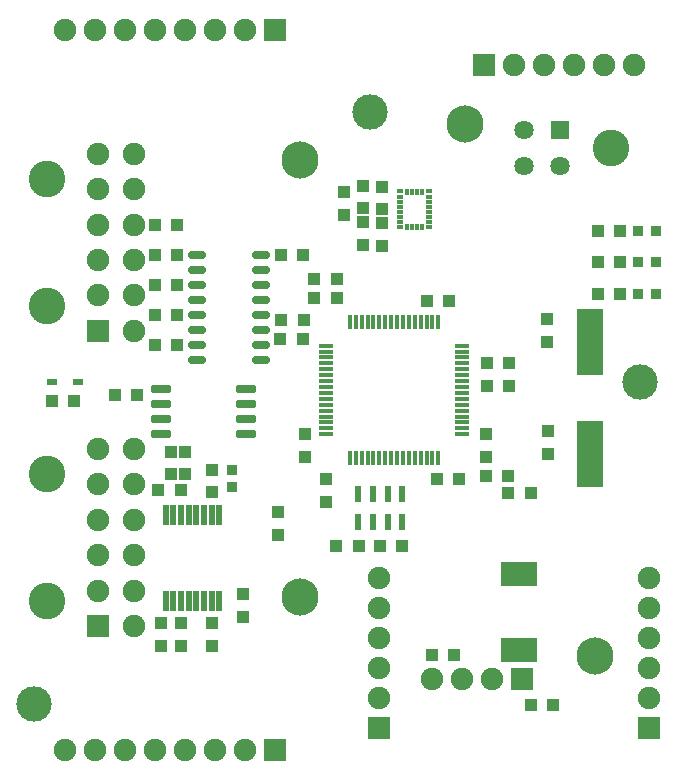
<source format=gts>
G04*
G04 #@! TF.GenerationSoftware,Altium Limited,Altium Designer,20.2.6 (244)*
G04*
G04 Layer_Color=8388736*
%FSLAX44Y44*%
%MOMM*%
G71*
G04*
G04 #@! TF.SameCoordinates,D8BAA703-6470-441F-A09B-1F1B88CACBC1*
G04*
G04*
G04 #@! TF.FilePolarity,Negative*
G04*
G01*
G75*
%ADD22R,0.9000X0.9000*%
%ADD29R,0.9000X0.9000*%
G04:AMPARAMS|DCode=31|XSize=1.71mm|YSize=0.68mm|CornerRadius=0.195mm|HoleSize=0mm|Usage=FLASHONLY|Rotation=180.000|XOffset=0mm|YOffset=0mm|HoleType=Round|Shape=RoundedRectangle|*
%AMROUNDEDRECTD31*
21,1,1.7100,0.2900,0,0,180.0*
21,1,1.3200,0.6800,0,0,180.0*
1,1,0.3900,-0.6600,0.1450*
1,1,0.3900,0.6600,0.1450*
1,1,0.3900,0.6600,-0.1450*
1,1,0.3900,-0.6600,-0.1450*
%
%ADD31ROUNDEDRECTD31*%
%ADD32R,0.4000X1.3000*%
%ADD33R,1.3000X0.4000*%
%ADD34R,3.1000X2.1000*%
%ADD35R,0.6000X1.7500*%
%ADD36R,1.0000X1.0000*%
%ADD37R,0.6300X1.4100*%
%ADD38O,1.5500X0.7000*%
%ADD39R,0.6300X0.3800*%
%ADD40R,0.3800X0.6300*%
%ADD41R,0.9000X0.6000*%
%ADD42R,2.2000X5.7000*%
%ADD43R,1.0000X1.0000*%
%ADD44C,3.0000*%
%ADD45C,1.9000*%
%ADD46R,1.9000X1.9000*%
%ADD47R,1.9000X1.9000*%
%ADD48C,3.1480*%
%ADD49C,3.1000*%
%ADD50R,1.6300X1.6300*%
%ADD51C,1.6300*%
D22*
X546340Y406400D02*
D03*
X561340D02*
D03*
X546340Y433070D02*
D03*
X561340D02*
D03*
X546340Y459740D02*
D03*
X561340D02*
D03*
D29*
X202500Y257522D02*
D03*
Y242522D02*
D03*
D31*
X142950Y287950D02*
D03*
Y300650D02*
D03*
Y313350D02*
D03*
Y326050D02*
D03*
X215050D02*
D03*
Y313350D02*
D03*
Y300650D02*
D03*
Y287950D02*
D03*
D32*
X377500Y267500D02*
D03*
X372501D02*
D03*
X367501D02*
D03*
X362500D02*
D03*
X357501D02*
D03*
X352500D02*
D03*
X347500D02*
D03*
X342501D02*
D03*
X337500D02*
D03*
X332501D02*
D03*
X327500D02*
D03*
X322500D02*
D03*
X317501D02*
D03*
X312500D02*
D03*
X307501D02*
D03*
X302501D02*
D03*
Y382500D02*
D03*
X307501D02*
D03*
X312500D02*
D03*
X317501D02*
D03*
X322500D02*
D03*
X327500D02*
D03*
X332501D02*
D03*
X337500D02*
D03*
X342501D02*
D03*
X347500D02*
D03*
X352500D02*
D03*
X357501D02*
D03*
X362500D02*
D03*
X367501D02*
D03*
X372501D02*
D03*
X377500D02*
D03*
D33*
X282501Y287500D02*
D03*
Y292500D02*
D03*
Y297500D02*
D03*
Y302500D02*
D03*
Y307500D02*
D03*
Y312500D02*
D03*
Y317500D02*
D03*
Y322500D02*
D03*
Y327500D02*
D03*
Y332500D02*
D03*
Y337500D02*
D03*
Y342500D02*
D03*
Y347500D02*
D03*
Y352500D02*
D03*
Y357500D02*
D03*
Y362500D02*
D03*
X397501D02*
D03*
Y357500D02*
D03*
Y352500D02*
D03*
Y347500D02*
D03*
Y342500D02*
D03*
Y337500D02*
D03*
Y332500D02*
D03*
Y327500D02*
D03*
Y322500D02*
D03*
Y317500D02*
D03*
Y312500D02*
D03*
Y307500D02*
D03*
Y302500D02*
D03*
Y297500D02*
D03*
Y292500D02*
D03*
Y287500D02*
D03*
D34*
X445516Y168906D02*
D03*
Y104906D02*
D03*
D35*
X146501Y146520D02*
D03*
X153000D02*
D03*
X159501D02*
D03*
X166000D02*
D03*
X172500D02*
D03*
X179000D02*
D03*
X185501D02*
D03*
X192001D02*
D03*
X146501Y219020D02*
D03*
X153000D02*
D03*
X159501D02*
D03*
X166000D02*
D03*
X172500D02*
D03*
X179000D02*
D03*
X185501D02*
D03*
X192001D02*
D03*
D36*
X371754Y100838D02*
D03*
X390754D02*
D03*
X474828Y58674D02*
D03*
X455828D02*
D03*
X272500Y402520D02*
D03*
X291501D02*
D03*
X272500Y419000D02*
D03*
X291500D02*
D03*
X436848Y238017D02*
D03*
X455848D02*
D03*
X417501Y252563D02*
D03*
X436501D02*
D03*
X531340Y406400D02*
D03*
X512340D02*
D03*
X531340Y433070D02*
D03*
X512340D02*
D03*
X531340Y459740D02*
D03*
X512340D02*
D03*
X386501Y400520D02*
D03*
X367501D02*
D03*
X376000Y250000D02*
D03*
X395000D02*
D03*
X159501Y240520D02*
D03*
X140500D02*
D03*
X137210Y439420D02*
D03*
X156210D02*
D03*
X291000Y193000D02*
D03*
X310000D02*
D03*
X347000Y193000D02*
D03*
X328000D02*
D03*
X69000Y316000D02*
D03*
X50000D02*
D03*
X156210Y464820D02*
D03*
X137210D02*
D03*
X156210Y414020D02*
D03*
X137210D02*
D03*
X262840Y439420D02*
D03*
X243840D02*
D03*
X137210Y388620D02*
D03*
X156210D02*
D03*
X137210Y363220D02*
D03*
X156210D02*
D03*
X262500Y368000D02*
D03*
X243500D02*
D03*
X244500Y384000D02*
D03*
X263500D02*
D03*
X122500Y321000D02*
D03*
X103500D02*
D03*
D37*
X309500Y213000D02*
D03*
Y237000D02*
D03*
X322000Y213000D02*
D03*
X334500D02*
D03*
X347000D02*
D03*
Y237000D02*
D03*
X334500D02*
D03*
X322000D02*
D03*
D38*
X173000Y439400D02*
D03*
Y426700D02*
D03*
Y414000D02*
D03*
Y401300D02*
D03*
Y388600D02*
D03*
Y375900D02*
D03*
Y363200D02*
D03*
Y350500D02*
D03*
X227500Y439400D02*
D03*
Y426700D02*
D03*
Y414000D02*
D03*
Y401300D02*
D03*
Y388600D02*
D03*
Y375900D02*
D03*
Y363200D02*
D03*
Y350500D02*
D03*
D39*
X344800Y467250D02*
D03*
Y471550D02*
D03*
Y475850D02*
D03*
Y480150D02*
D03*
Y484450D02*
D03*
Y488750D02*
D03*
Y493050D02*
D03*
X369200D02*
D03*
Y488750D02*
D03*
Y484450D02*
D03*
Y480150D02*
D03*
Y475850D02*
D03*
Y471550D02*
D03*
Y467250D02*
D03*
Y462950D02*
D03*
X344800D02*
D03*
D40*
X350550Y492700D02*
D03*
X354850D02*
D03*
X359150D02*
D03*
X363450D02*
D03*
Y463300D02*
D03*
X359150D02*
D03*
X354850D02*
D03*
X350550D02*
D03*
D41*
X72000Y332000D02*
D03*
X50000D02*
D03*
D42*
X505793Y366020D02*
D03*
Y271020D02*
D03*
D43*
X418501Y328520D02*
D03*
Y347520D02*
D03*
X437500Y328520D02*
D03*
Y347520D02*
D03*
X470500Y271020D02*
D03*
Y290020D02*
D03*
X469501Y366020D02*
D03*
Y385020D02*
D03*
X282501Y230520D02*
D03*
Y249520D02*
D03*
X185501Y238520D02*
D03*
Y257520D02*
D03*
X264501Y268520D02*
D03*
Y287520D02*
D03*
X417501Y268520D02*
D03*
Y287520D02*
D03*
X143000Y108500D02*
D03*
Y127500D02*
D03*
X212000Y152000D02*
D03*
Y133000D02*
D03*
X159500Y108562D02*
D03*
Y127563D02*
D03*
X185501Y108562D02*
D03*
Y127563D02*
D03*
X314000Y448000D02*
D03*
Y467000D02*
D03*
Y498000D02*
D03*
Y479000D02*
D03*
X330000Y497000D02*
D03*
Y478000D02*
D03*
Y447000D02*
D03*
Y466000D02*
D03*
X297674Y473500D02*
D03*
Y492500D02*
D03*
X242000Y221500D02*
D03*
Y202500D02*
D03*
X151000Y253500D02*
D03*
Y272500D02*
D03*
X163000D02*
D03*
Y253500D02*
D03*
D44*
X35000Y59000D02*
D03*
X548000Y332000D02*
D03*
X320000Y560000D02*
D03*
D45*
X111896Y630000D02*
D03*
X137295Y630001D02*
D03*
X162697Y629999D02*
D03*
X188097D02*
D03*
X213497D02*
D03*
X86497Y630000D02*
D03*
X61097D02*
D03*
X327000Y165500D02*
D03*
X326999Y140101D02*
D03*
X327001Y114700D02*
D03*
Y89300D02*
D03*
Y63900D02*
D03*
X422700Y80000D02*
D03*
X397300D02*
D03*
X371900D02*
D03*
X119501Y275000D02*
D03*
X89501D02*
D03*
X119501Y245000D02*
D03*
X89501D02*
D03*
X119501Y215000D02*
D03*
X89501D02*
D03*
X119501Y185000D02*
D03*
X89501D02*
D03*
X119501Y155000D02*
D03*
X89501D02*
D03*
X119501Y125000D02*
D03*
X119500Y525000D02*
D03*
X89500D02*
D03*
X119500Y495000D02*
D03*
X89500D02*
D03*
X119500Y465000D02*
D03*
X89500D02*
D03*
X119500Y435000D02*
D03*
X89500D02*
D03*
X119500Y405000D02*
D03*
X89500D02*
D03*
X119500Y375000D02*
D03*
X441900Y600001D02*
D03*
X467300D02*
D03*
X492700D02*
D03*
X518101Y599999D02*
D03*
X543500Y600000D02*
D03*
X111896Y20000D02*
D03*
X137295Y20001D02*
D03*
X162697Y19999D02*
D03*
X188097D02*
D03*
X213497D02*
D03*
X86497Y20000D02*
D03*
X61097D02*
D03*
X555600Y165500D02*
D03*
X555599Y140101D02*
D03*
X555601Y114700D02*
D03*
Y89300D02*
D03*
Y63900D02*
D03*
D46*
X238897Y629999D02*
D03*
X448100Y80000D02*
D03*
X416500Y600001D02*
D03*
X238897Y19999D02*
D03*
D47*
X327001Y38500D02*
D03*
X89501Y125000D02*
D03*
X89500Y375000D02*
D03*
X555601Y38500D02*
D03*
D48*
X400000Y550000D02*
D03*
X260000Y520000D02*
D03*
Y150000D02*
D03*
X510000Y100000D02*
D03*
D49*
X46501Y146500D02*
D03*
Y253500D02*
D03*
X523600Y530000D02*
D03*
X46500Y396500D02*
D03*
Y503500D02*
D03*
D50*
X480400Y545000D02*
D03*
D51*
Y515000D02*
D03*
X450400Y545000D02*
D03*
Y515000D02*
D03*
M02*

</source>
